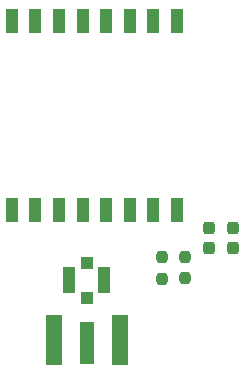
<source format=gtp>
G04 #@! TF.GenerationSoftware,KiCad,Pcbnew,6.0.7+dfsg-1build1*
G04 #@! TF.CreationDate,2022-12-04T12:17:57+01:00*
G04 #@! TF.ProjectId,rfm9xw,72666d39-7877-42e6-9b69-6361645f7063,1*
G04 #@! TF.SameCoordinates,Original*
G04 #@! TF.FileFunction,Paste,Top*
G04 #@! TF.FilePolarity,Positive*
%FSLAX46Y46*%
G04 Gerber Fmt 4.6, Leading zero omitted, Abs format (unit mm)*
G04 Created by KiCad (PCBNEW 6.0.7+dfsg-1build1) date 2022-12-04 12:17:57*
%MOMM*%
%LPD*%
G01*
G04 APERTURE LIST*
G04 Aperture macros list*
%AMRoundRect*
0 Rectangle with rounded corners*
0 $1 Rounding radius*
0 $2 $3 $4 $5 $6 $7 $8 $9 X,Y pos of 4 corners*
0 Add a 4 corners polygon primitive as box body*
4,1,4,$2,$3,$4,$5,$6,$7,$8,$9,$2,$3,0*
0 Add four circle primitives for the rounded corners*
1,1,$1+$1,$2,$3*
1,1,$1+$1,$4,$5*
1,1,$1+$1,$6,$7*
1,1,$1+$1,$8,$9*
0 Add four rect primitives between the rounded corners*
20,1,$1+$1,$2,$3,$4,$5,0*
20,1,$1+$1,$4,$5,$6,$7,0*
20,1,$1+$1,$6,$7,$8,$9,0*
20,1,$1+$1,$8,$9,$2,$3,0*%
G04 Aperture macros list end*
%ADD10RoundRect,0.237500X-0.237500X0.300000X-0.237500X-0.300000X0.237500X-0.300000X0.237500X0.300000X0*%
%ADD11R,1.270000X3.600000*%
%ADD12R,1.350000X4.200000*%
%ADD13R,1.000000X2.000000*%
%ADD14RoundRect,0.237500X-0.237500X0.250000X-0.237500X-0.250000X0.237500X-0.250000X0.237500X0.250000X0*%
%ADD15R,1.000000X1.000000*%
%ADD16R,1.050000X2.200000*%
G04 APERTURE END LIST*
D10*
X112710000Y-66552500D03*
X112710000Y-68277500D03*
D11*
X100365000Y-76250000D03*
D12*
X97540000Y-76050000D03*
X103190000Y-76050000D03*
D13*
X108000000Y-49000000D03*
X106000000Y-49000000D03*
X104000000Y-49000000D03*
X102000000Y-49000000D03*
X100000000Y-49000000D03*
X98000000Y-49000000D03*
X96000000Y-49000000D03*
X94000000Y-49000000D03*
X94000000Y-65000000D03*
X96000000Y-65000000D03*
X98000000Y-65000000D03*
X100000000Y-65000000D03*
X102000000Y-65000000D03*
X104000000Y-65000000D03*
X106000000Y-65000000D03*
X108000000Y-65000000D03*
D14*
X108710000Y-68985000D03*
X108710000Y-70810000D03*
D10*
X110710000Y-66552500D03*
X110710000Y-68277500D03*
D14*
X106710000Y-69002500D03*
X106710000Y-70827500D03*
D15*
X100365000Y-72470000D03*
D16*
X98890000Y-70970000D03*
D15*
X100365000Y-69470000D03*
D16*
X101840000Y-70970000D03*
M02*

</source>
